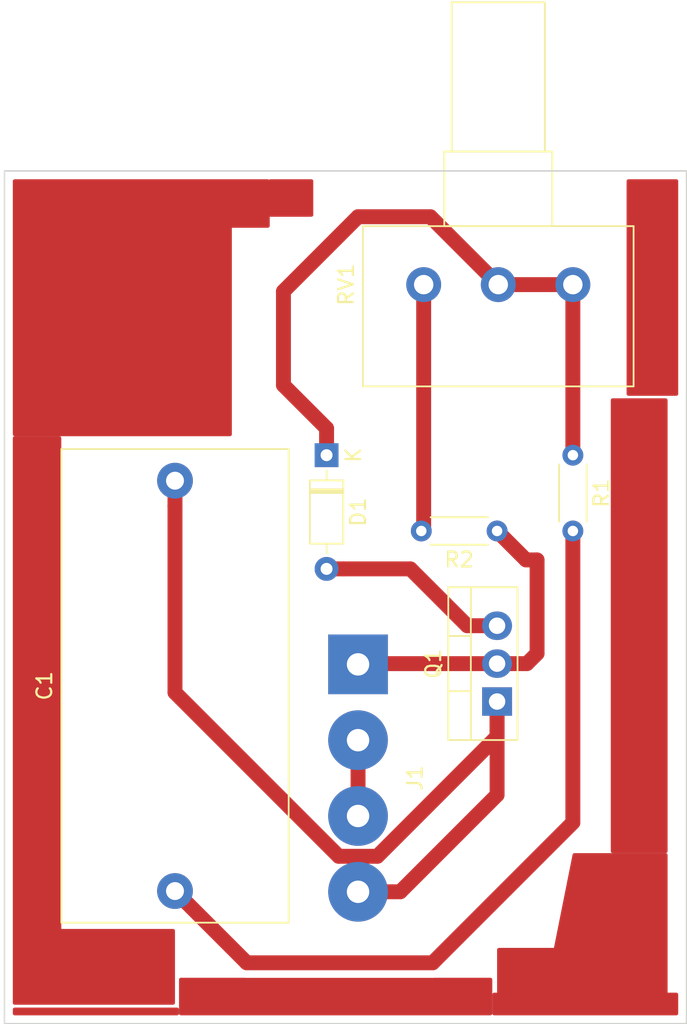
<source format=kicad_pcb>
(kicad_pcb (version 20171130) (host pcbnew "(5.1.4)-1")

  (general
    (thickness 1.6)
    (drawings 4)
    (tracks 36)
    (zones 0)
    (modules 7)
    (nets 8)
  )

  (page A4)
  (layers
    (0 F.Cu signal)
    (31 B.Cu signal)
    (32 B.Adhes user)
    (33 F.Adhes user)
    (34 B.Paste user)
    (35 F.Paste user)
    (36 B.SilkS user)
    (37 F.SilkS user)
    (38 B.Mask user)
    (39 F.Mask user)
    (40 Dwgs.User user)
    (41 Cmts.User user)
    (42 Eco1.User user)
    (43 Eco2.User user)
    (44 Edge.Cuts user)
    (45 Margin user)
    (46 B.CrtYd user)
    (47 F.CrtYd user)
    (48 B.Fab user)
    (49 F.Fab user)
  )

  (setup
    (last_trace_width 0.25)
    (user_trace_width 1)
    (trace_clearance 0.2)
    (zone_clearance 0.508)
    (zone_45_only no)
    (trace_min 0.2)
    (via_size 0.8)
    (via_drill 0.4)
    (via_min_size 0.4)
    (via_min_drill 0.3)
    (user_via 1.5 1)
    (uvia_size 0.3)
    (uvia_drill 0.1)
    (uvias_allowed no)
    (uvia_min_size 0.2)
    (uvia_min_drill 0.1)
    (edge_width 0.05)
    (segment_width 0.2)
    (pcb_text_width 0.3)
    (pcb_text_size 1.5 1.5)
    (mod_edge_width 0.12)
    (mod_text_size 1 1)
    (mod_text_width 0.15)
    (pad_size 1.524 1.524)
    (pad_drill 0.762)
    (pad_to_mask_clearance 0.051)
    (solder_mask_min_width 0.25)
    (aux_axis_origin 0 0)
    (visible_elements 7FFFFFFF)
    (pcbplotparams
      (layerselection 0x010fc_ffffffff)
      (usegerberextensions false)
      (usegerberattributes false)
      (usegerberadvancedattributes false)
      (creategerberjobfile false)
      (excludeedgelayer true)
      (linewidth 0.100000)
      (plotframeref false)
      (viasonmask false)
      (mode 1)
      (useauxorigin false)
      (hpglpennumber 1)
      (hpglpenspeed 20)
      (hpglpendiameter 15.000000)
      (psnegative false)
      (psa4output false)
      (plotreference true)
      (plotvalue true)
      (plotinvisibletext false)
      (padsonsilk false)
      (subtractmaskfromsilk false)
      (outputformat 1)
      (mirror false)
      (drillshape 1)
      (scaleselection 1)
      (outputdirectory ""))
  )

  (net 0 "")
  (net 1 "Net-(C1-Pad1)")
  (net 2 "Net-(D1-Pad2)")
  (net 3 "Net-(D1-Pad1)")
  (net 4 "Net-(J1-Pad2)")
  (net 5 "Net-(J1-Pad1)")
  (net 6 "Net-(R2-Pad2)")
  (net 7 "Net-(C1-Pad2)")

  (net_class Default "This is the default net class."
    (clearance 0.2)
    (trace_width 0.25)
    (via_dia 0.8)
    (via_drill 0.4)
    (uvia_dia 0.3)
    (uvia_drill 0.1)
    (add_net "Net-(C1-Pad1)")
    (add_net "Net-(C1-Pad2)")
    (add_net "Net-(D1-Pad1)")
    (add_net "Net-(D1-Pad2)")
    (add_net "Net-(J1-Pad1)")
    (add_net "Net-(J1-Pad2)")
    (add_net "Net-(R2-Pad2)")
  )

  (module Package_TO_SOT_THT:TO-220-3_Vertical (layer F.Cu) (tedit 5AC8BA0D) (tstamp 5DC1D354)
    (at 147.32 110.49 90)
    (descr "TO-220-3, Vertical, RM 2.54mm, see https://www.vishay.com/docs/66542/to-220-1.pdf")
    (tags "TO-220-3 Vertical RM 2.54mm")
    (path /5DC088BE)
    (fp_text reference Q1 (at 2.54 -4.27 90) (layer F.SilkS)
      (effects (font (size 1 1) (thickness 0.15)))
    )
    (fp_text value BT136-500 (at 2.54 2.5 90) (layer F.Fab)
      (effects (font (size 1 1) (thickness 0.15)))
    )
    (fp_text user %R (at 2.54 -4.27 90) (layer F.Fab)
      (effects (font (size 1 1) (thickness 0.15)))
    )
    (fp_line (start 7.79 -3.4) (end -2.71 -3.4) (layer F.CrtYd) (width 0.05))
    (fp_line (start 7.79 1.51) (end 7.79 -3.4) (layer F.CrtYd) (width 0.05))
    (fp_line (start -2.71 1.51) (end 7.79 1.51) (layer F.CrtYd) (width 0.05))
    (fp_line (start -2.71 -3.4) (end -2.71 1.51) (layer F.CrtYd) (width 0.05))
    (fp_line (start 4.391 -3.27) (end 4.391 -1.76) (layer F.SilkS) (width 0.12))
    (fp_line (start 0.69 -3.27) (end 0.69 -1.76) (layer F.SilkS) (width 0.12))
    (fp_line (start -2.58 -1.76) (end 7.66 -1.76) (layer F.SilkS) (width 0.12))
    (fp_line (start 7.66 -3.27) (end 7.66 1.371) (layer F.SilkS) (width 0.12))
    (fp_line (start -2.58 -3.27) (end -2.58 1.371) (layer F.SilkS) (width 0.12))
    (fp_line (start -2.58 1.371) (end 7.66 1.371) (layer F.SilkS) (width 0.12))
    (fp_line (start -2.58 -3.27) (end 7.66 -3.27) (layer F.SilkS) (width 0.12))
    (fp_line (start 4.39 -3.15) (end 4.39 -1.88) (layer F.Fab) (width 0.1))
    (fp_line (start 0.69 -3.15) (end 0.69 -1.88) (layer F.Fab) (width 0.1))
    (fp_line (start -2.46 -1.88) (end 7.54 -1.88) (layer F.Fab) (width 0.1))
    (fp_line (start 7.54 -3.15) (end -2.46 -3.15) (layer F.Fab) (width 0.1))
    (fp_line (start 7.54 1.25) (end 7.54 -3.15) (layer F.Fab) (width 0.1))
    (fp_line (start -2.46 1.25) (end 7.54 1.25) (layer F.Fab) (width 0.1))
    (fp_line (start -2.46 -3.15) (end -2.46 1.25) (layer F.Fab) (width 0.1))
    (pad 3 thru_hole oval (at 5.08 0 90) (size 1.905 2) (drill 1.1) (layers *.Cu *.Mask)
      (net 2 "Net-(D1-Pad2)"))
    (pad 2 thru_hole oval (at 2.54 0 90) (size 1.905 2) (drill 1.1) (layers *.Cu *.Mask)
      (net 5 "Net-(J1-Pad1)"))
    (pad 1 thru_hole rect (at 0 0 90) (size 1.905 2) (drill 1.1) (layers *.Cu *.Mask)
      (net 7 "Net-(C1-Pad2)"))
    (model ${KISYS3DMOD}/Package_TO_SOT_THT.3dshapes/TO-220-3_Vertical.wrl
      (at (xyz 0 0 0))
      (scale (xyz 1 1 1))
      (rotate (xyz 0 0 0))
    )
  )

  (module Potentiometer_THT:Potentiometer_Alps_RK163_Single_Horizontal (layer F.Cu) (tedit 5A3D4993) (tstamp 5DC1D39E)
    (at 152.4 82.55 90)
    (descr "Potentiometer, horizontal, Alps RK163 Single, http://www.alps.com/prod/info/E/HTML/Potentiometer/RotaryPotentiometers/RK16/RK16_list.html")
    (tags "Potentiometer horizontal Alps RK163 Single")
    (path /5DC0A390)
    (fp_text reference RV1 (at 0 -15.2 90) (layer F.SilkS)
      (effects (font (size 1 1) (thickness 0.15)))
    )
    (fp_text value R_POT_TRIM (at 0 5.2 90) (layer F.Fab)
      (effects (font (size 1 1) (thickness 0.15)))
    )
    (fp_text user %R (at -1.45 -5 90) (layer F.Fab)
      (effects (font (size 1 1) (thickness 0.15)))
    )
    (fp_line (start 19.05 -14.2) (end -6.95 -14.2) (layer F.CrtYd) (width 0.05))
    (fp_line (start 19.05 4.2) (end 19.05 -14.2) (layer F.CrtYd) (width 0.05))
    (fp_line (start -6.95 4.2) (end 19.05 4.2) (layer F.CrtYd) (width 0.05))
    (fp_line (start -6.95 -14.2) (end -6.95 4.2) (layer F.CrtYd) (width 0.05))
    (fp_line (start 18.92 -8.12) (end 18.92 -1.879) (layer F.SilkS) (width 0.12))
    (fp_line (start 8.92 -8.12) (end 8.92 -1.879) (layer F.SilkS) (width 0.12))
    (fp_line (start 8.92 -1.879) (end 18.92 -1.879) (layer F.SilkS) (width 0.12))
    (fp_line (start 8.92 -8.12) (end 18.92 -8.12) (layer F.SilkS) (width 0.12))
    (fp_line (start 8.92 -8.62) (end 8.92 -1.38) (layer F.SilkS) (width 0.12))
    (fp_line (start 3.92 -8.62) (end 3.92 -1.38) (layer F.SilkS) (width 0.12))
    (fp_line (start 3.92 -1.38) (end 8.92 -1.38) (layer F.SilkS) (width 0.12))
    (fp_line (start 3.92 -8.62) (end 8.92 -8.62) (layer F.SilkS) (width 0.12))
    (fp_line (start 3.92 -14.07) (end 3.92 4.07) (layer F.SilkS) (width 0.12))
    (fp_line (start -6.82 -14.07) (end -6.82 4.07) (layer F.SilkS) (width 0.12))
    (fp_line (start -6.82 4.07) (end 3.92 4.07) (layer F.SilkS) (width 0.12))
    (fp_line (start -6.82 -14.07) (end 3.92 -14.07) (layer F.SilkS) (width 0.12))
    (fp_line (start 18.8 -8) (end 8.8 -8) (layer F.Fab) (width 0.1))
    (fp_line (start 18.8 -2) (end 18.8 -8) (layer F.Fab) (width 0.1))
    (fp_line (start 8.8 -2) (end 18.8 -2) (layer F.Fab) (width 0.1))
    (fp_line (start 8.8 -8) (end 8.8 -2) (layer F.Fab) (width 0.1))
    (fp_line (start 8.8 -8.5) (end 3.8 -8.5) (layer F.Fab) (width 0.1))
    (fp_line (start 8.8 -1.5) (end 8.8 -8.5) (layer F.Fab) (width 0.1))
    (fp_line (start 3.8 -1.5) (end 8.8 -1.5) (layer F.Fab) (width 0.1))
    (fp_line (start 3.8 -8.5) (end 3.8 -1.5) (layer F.Fab) (width 0.1))
    (fp_line (start 3.8 -13.95) (end -6.7 -13.95) (layer F.Fab) (width 0.1))
    (fp_line (start 3.8 3.95) (end 3.8 -13.95) (layer F.Fab) (width 0.1))
    (fp_line (start -6.7 3.95) (end 3.8 3.95) (layer F.Fab) (width 0.1))
    (fp_line (start -6.7 -13.95) (end -6.7 3.95) (layer F.Fab) (width 0.1))
    (pad 1 thru_hole circle (at 0 0 90) (size 2.34 2.34) (drill 1.3) (layers *.Cu *.Mask)
      (net 3 "Net-(D1-Pad1)"))
    (pad 2 thru_hole circle (at 0 -5 90) (size 2.34 2.34) (drill 1.3) (layers *.Cu *.Mask)
      (net 3 "Net-(D1-Pad1)"))
    (pad 3 thru_hole circle (at 0 -10 90) (size 2.34 2.34) (drill 1.3) (layers *.Cu *.Mask)
      (net 6 "Net-(R2-Pad2)"))
    (model ${KISYS3DMOD}/Potentiometer_THT.3dshapes/Potentiometer_Alps_RK163_Single_Horizontal.wrl
      (at (xyz 0 0 0))
      (scale (xyz 1 1 1))
      (rotate (xyz 0 0 0))
    )
  )

  (module Resistor_THT:R_Axial_DIN0204_L3.6mm_D1.6mm_P5.08mm_Horizontal (layer F.Cu) (tedit 5AE5139B) (tstamp 5DC1D37A)
    (at 147.32 99.06 180)
    (descr "Resistor, Axial_DIN0204 series, Axial, Horizontal, pin pitch=5.08mm, 0.167W, length*diameter=3.6*1.6mm^2, http://cdn-reichelt.de/documents/datenblatt/B400/1_4W%23YAG.pdf")
    (tags "Resistor Axial_DIN0204 series Axial Horizontal pin pitch 5.08mm 0.167W length 3.6mm diameter 1.6mm")
    (path /5DC312FD)
    (fp_text reference R2 (at 2.54 -1.92) (layer F.SilkS)
      (effects (font (size 1 1) (thickness 0.15)))
    )
    (fp_text value R (at 2.54 1.92) (layer F.Fab)
      (effects (font (size 1 1) (thickness 0.15)))
    )
    (fp_text user %R (at 2.54 0) (layer F.Fab)
      (effects (font (size 0.72 0.72) (thickness 0.108)))
    )
    (fp_line (start 6.03 -1.05) (end -0.95 -1.05) (layer F.CrtYd) (width 0.05))
    (fp_line (start 6.03 1.05) (end 6.03 -1.05) (layer F.CrtYd) (width 0.05))
    (fp_line (start -0.95 1.05) (end 6.03 1.05) (layer F.CrtYd) (width 0.05))
    (fp_line (start -0.95 -1.05) (end -0.95 1.05) (layer F.CrtYd) (width 0.05))
    (fp_line (start 0.62 0.92) (end 4.46 0.92) (layer F.SilkS) (width 0.12))
    (fp_line (start 0.62 -0.92) (end 4.46 -0.92) (layer F.SilkS) (width 0.12))
    (fp_line (start 5.08 0) (end 4.34 0) (layer F.Fab) (width 0.1))
    (fp_line (start 0 0) (end 0.74 0) (layer F.Fab) (width 0.1))
    (fp_line (start 4.34 -0.8) (end 0.74 -0.8) (layer F.Fab) (width 0.1))
    (fp_line (start 4.34 0.8) (end 4.34 -0.8) (layer F.Fab) (width 0.1))
    (fp_line (start 0.74 0.8) (end 4.34 0.8) (layer F.Fab) (width 0.1))
    (fp_line (start 0.74 -0.8) (end 0.74 0.8) (layer F.Fab) (width 0.1))
    (pad 2 thru_hole oval (at 5.08 0 180) (size 1.4 1.4) (drill 0.7) (layers *.Cu *.Mask)
      (net 6 "Net-(R2-Pad2)"))
    (pad 1 thru_hole circle (at 0 0 180) (size 1.4 1.4) (drill 0.7) (layers *.Cu *.Mask)
      (net 5 "Net-(J1-Pad1)"))
    (model ${KISYS3DMOD}/Resistor_THT.3dshapes/R_Axial_DIN0204_L3.6mm_D1.6mm_P5.08mm_Horizontal.wrl
      (at (xyz 0 0 0))
      (scale (xyz 1 1 1))
      (rotate (xyz 0 0 0))
    )
  )

  (module Resistor_THT:R_Axial_DIN0204_L3.6mm_D1.6mm_P5.08mm_Horizontal (layer F.Cu) (tedit 5AE5139B) (tstamp 5DC1D367)
    (at 152.4 93.98 270)
    (descr "Resistor, Axial_DIN0204 series, Axial, Horizontal, pin pitch=5.08mm, 0.167W, length*diameter=3.6*1.6mm^2, http://cdn-reichelt.de/documents/datenblatt/B400/1_4W%23YAG.pdf")
    (tags "Resistor Axial_DIN0204 series Axial Horizontal pin pitch 5.08mm 0.167W length 3.6mm diameter 1.6mm")
    (path /5DC084D9)
    (fp_text reference R1 (at 2.54 -1.92 90) (layer F.SilkS)
      (effects (font (size 1 1) (thickness 0.15)))
    )
    (fp_text value R (at 2.54 1.92 90) (layer F.Fab)
      (effects (font (size 1 1) (thickness 0.15)))
    )
    (fp_text user %R (at 2.54 0 90) (layer F.Fab)
      (effects (font (size 0.72 0.72) (thickness 0.108)))
    )
    (fp_line (start 6.03 -1.05) (end -0.95 -1.05) (layer F.CrtYd) (width 0.05))
    (fp_line (start 6.03 1.05) (end 6.03 -1.05) (layer F.CrtYd) (width 0.05))
    (fp_line (start -0.95 1.05) (end 6.03 1.05) (layer F.CrtYd) (width 0.05))
    (fp_line (start -0.95 -1.05) (end -0.95 1.05) (layer F.CrtYd) (width 0.05))
    (fp_line (start 0.62 0.92) (end 4.46 0.92) (layer F.SilkS) (width 0.12))
    (fp_line (start 0.62 -0.92) (end 4.46 -0.92) (layer F.SilkS) (width 0.12))
    (fp_line (start 5.08 0) (end 4.34 0) (layer F.Fab) (width 0.1))
    (fp_line (start 0 0) (end 0.74 0) (layer F.Fab) (width 0.1))
    (fp_line (start 4.34 -0.8) (end 0.74 -0.8) (layer F.Fab) (width 0.1))
    (fp_line (start 4.34 0.8) (end 4.34 -0.8) (layer F.Fab) (width 0.1))
    (fp_line (start 0.74 0.8) (end 4.34 0.8) (layer F.Fab) (width 0.1))
    (fp_line (start 0.74 -0.8) (end 0.74 0.8) (layer F.Fab) (width 0.1))
    (pad 2 thru_hole oval (at 5.08 0 270) (size 1.4 1.4) (drill 0.7) (layers *.Cu *.Mask)
      (net 1 "Net-(C1-Pad1)"))
    (pad 1 thru_hole circle (at 0 0 270) (size 1.4 1.4) (drill 0.7) (layers *.Cu *.Mask)
      (net 3 "Net-(D1-Pad1)"))
    (model ${KISYS3DMOD}/Resistor_THT.3dshapes/R_Axial_DIN0204_L3.6mm_D1.6mm_P5.08mm_Horizontal.wrl
      (at (xyz 0 0 0))
      (scale (xyz 1 1 1))
      (rotate (xyz 0 0 0))
    )
  )

  (module Connector_Wire:SolderWirePad_1x04_P5.08mm_Drill1.5mm (layer F.Cu) (tedit 5AEE6009) (tstamp 5DC1D33A)
    (at 138 108 270)
    (descr "Wire solder connection")
    (tags connector)
    (path /5DC39F6E)
    (attr virtual)
    (fp_text reference J1 (at 7.62 -3.81 90) (layer F.SilkS)
      (effects (font (size 1 1) (thickness 0.15)))
    )
    (fp_text value Screw_Terminal_01x04 (at 7.62 3.81 90) (layer F.Fab)
      (effects (font (size 1 1) (thickness 0.15)))
    )
    (fp_line (start 17.74 2.5) (end -2.5 2.5) (layer F.CrtYd) (width 0.05))
    (fp_line (start 17.74 2.5) (end 17.74 -2.5) (layer F.CrtYd) (width 0.05))
    (fp_line (start -2.5 -2.5) (end -2.5 2.5) (layer F.CrtYd) (width 0.05))
    (fp_line (start -2.5 -2.5) (end 17.74 -2.5) (layer F.CrtYd) (width 0.05))
    (fp_text user %R (at 7.62 0 90) (layer F.Fab)
      (effects (font (size 1 1) (thickness 0.15)))
    )
    (pad 4 thru_hole circle (at 15.24 0 270) (size 4.0005 4.0005) (drill 1.50114) (layers *.Cu *.Mask)
      (net 7 "Net-(C1-Pad2)"))
    (pad 3 thru_hole circle (at 10.16 0 270) (size 4.0005 4.0005) (drill 1.50114) (layers *.Cu *.Mask)
      (net 4 "Net-(J1-Pad2)"))
    (pad 2 thru_hole circle (at 5.08 0 270) (size 4.0005 4.0005) (drill 1.50114) (layers *.Cu *.Mask)
      (net 4 "Net-(J1-Pad2)"))
    (pad 1 thru_hole rect (at 0 0 270) (size 4.0005 4.0005) (drill 1.50114) (layers *.Cu *.Mask)
      (net 5 "Net-(J1-Pad1)"))
  )

  (module Diode_THT:D_DO-35_SOD27_P7.62mm_Horizontal (layer F.Cu) (tedit 5AE50CD5) (tstamp 5DC1D32D)
    (at 135.89 93.98 270)
    (descr "Diode, DO-35_SOD27 series, Axial, Horizontal, pin pitch=7.62mm, , length*diameter=4*2mm^2, , http://www.diodes.com/_files/packages/DO-35.pdf")
    (tags "Diode DO-35_SOD27 series Axial Horizontal pin pitch 7.62mm  length 4mm diameter 2mm")
    (path /5DC0921F)
    (fp_text reference D1 (at 3.81 -2.12 90) (layer F.SilkS)
      (effects (font (size 1 1) (thickness 0.15)))
    )
    (fp_text value DB3 (at 3.81 2.12 90) (layer F.Fab)
      (effects (font (size 1 1) (thickness 0.15)))
    )
    (fp_text user K (at 0 -1.8 90) (layer F.SilkS)
      (effects (font (size 1 1) (thickness 0.15)))
    )
    (fp_text user K (at 0 -1.8 90) (layer F.Fab)
      (effects (font (size 1 1) (thickness 0.15)))
    )
    (fp_text user %R (at 4.11 0 90) (layer F.Fab)
      (effects (font (size 0.8 0.8) (thickness 0.12)))
    )
    (fp_line (start 8.67 -1.25) (end -1.05 -1.25) (layer F.CrtYd) (width 0.05))
    (fp_line (start 8.67 1.25) (end 8.67 -1.25) (layer F.CrtYd) (width 0.05))
    (fp_line (start -1.05 1.25) (end 8.67 1.25) (layer F.CrtYd) (width 0.05))
    (fp_line (start -1.05 -1.25) (end -1.05 1.25) (layer F.CrtYd) (width 0.05))
    (fp_line (start 2.29 -1.12) (end 2.29 1.12) (layer F.SilkS) (width 0.12))
    (fp_line (start 2.53 -1.12) (end 2.53 1.12) (layer F.SilkS) (width 0.12))
    (fp_line (start 2.41 -1.12) (end 2.41 1.12) (layer F.SilkS) (width 0.12))
    (fp_line (start 6.58 0) (end 5.93 0) (layer F.SilkS) (width 0.12))
    (fp_line (start 1.04 0) (end 1.69 0) (layer F.SilkS) (width 0.12))
    (fp_line (start 5.93 -1.12) (end 1.69 -1.12) (layer F.SilkS) (width 0.12))
    (fp_line (start 5.93 1.12) (end 5.93 -1.12) (layer F.SilkS) (width 0.12))
    (fp_line (start 1.69 1.12) (end 5.93 1.12) (layer F.SilkS) (width 0.12))
    (fp_line (start 1.69 -1.12) (end 1.69 1.12) (layer F.SilkS) (width 0.12))
    (fp_line (start 2.31 -1) (end 2.31 1) (layer F.Fab) (width 0.1))
    (fp_line (start 2.51 -1) (end 2.51 1) (layer F.Fab) (width 0.1))
    (fp_line (start 2.41 -1) (end 2.41 1) (layer F.Fab) (width 0.1))
    (fp_line (start 7.62 0) (end 5.81 0) (layer F.Fab) (width 0.1))
    (fp_line (start 0 0) (end 1.81 0) (layer F.Fab) (width 0.1))
    (fp_line (start 5.81 -1) (end 1.81 -1) (layer F.Fab) (width 0.1))
    (fp_line (start 5.81 1) (end 5.81 -1) (layer F.Fab) (width 0.1))
    (fp_line (start 1.81 1) (end 5.81 1) (layer F.Fab) (width 0.1))
    (fp_line (start 1.81 -1) (end 1.81 1) (layer F.Fab) (width 0.1))
    (pad 2 thru_hole oval (at 7.62 0 270) (size 1.6 1.6) (drill 0.8) (layers *.Cu *.Mask)
      (net 2 "Net-(D1-Pad2)"))
    (pad 1 thru_hole rect (at 0 0 270) (size 1.6 1.6) (drill 0.8) (layers *.Cu *.Mask)
      (net 3 "Net-(D1-Pad1)"))
    (model ${KISYS3DMOD}/Diode_THT.3dshapes/D_DO-35_SOD27_P7.62mm_Horizontal.wrl
      (at (xyz 0 0 0))
      (scale (xyz 1 1 1))
      (rotate (xyz 0 0 0))
    )
  )

  (module Capacitor_THT:C_Rect_L31.5mm_W15.0mm_P27.50mm_MKS4 (layer F.Cu) (tedit 5AE50EF0) (tstamp 5DC1D30E)
    (at 125.73 123.19 90)
    (descr "C, Rect series, Radial, pin pitch=27.50mm, , length*width=31.5*15mm^2, Capacitor, http://www.wima.com/EN/WIMA_MKS_4.pdf")
    (tags "C Rect series Radial pin pitch 27.50mm  length 31.5mm width 15mm Capacitor")
    (path /5DC2CA10)
    (fp_text reference C1 (at 13.75 -8.75 90) (layer F.SilkS)
      (effects (font (size 1 1) (thickness 0.15)))
    )
    (fp_text value CAP (at 13.75 8.75 90) (layer F.Fab)
      (effects (font (size 1 1) (thickness 0.15)))
    )
    (fp_text user %R (at 13.75 0 90) (layer F.Fab)
      (effects (font (size 1 1) (thickness 0.15)))
    )
    (fp_line (start 29.75 -7.75) (end -2.25 -7.75) (layer F.CrtYd) (width 0.05))
    (fp_line (start 29.75 7.75) (end 29.75 -7.75) (layer F.CrtYd) (width 0.05))
    (fp_line (start -2.25 7.75) (end 29.75 7.75) (layer F.CrtYd) (width 0.05))
    (fp_line (start -2.25 -7.75) (end -2.25 7.75) (layer F.CrtYd) (width 0.05))
    (fp_line (start 29.62 -7.62) (end 29.62 7.62) (layer F.SilkS) (width 0.12))
    (fp_line (start -2.12 -7.62) (end -2.12 7.62) (layer F.SilkS) (width 0.12))
    (fp_line (start -2.12 7.62) (end 29.62 7.62) (layer F.SilkS) (width 0.12))
    (fp_line (start -2.12 -7.62) (end 29.62 -7.62) (layer F.SilkS) (width 0.12))
    (fp_line (start 29.5 -7.5) (end -2 -7.5) (layer F.Fab) (width 0.1))
    (fp_line (start 29.5 7.5) (end 29.5 -7.5) (layer F.Fab) (width 0.1))
    (fp_line (start -2 7.5) (end 29.5 7.5) (layer F.Fab) (width 0.1))
    (fp_line (start -2 -7.5) (end -2 7.5) (layer F.Fab) (width 0.1))
    (pad 2 thru_hole circle (at 27.5 0 90) (size 2.4 2.4) (drill 1.2) (layers *.Cu *.Mask)
      (net 7 "Net-(C1-Pad2)"))
    (pad 1 thru_hole circle (at 0 0 90) (size 2.4 2.4) (drill 1.2) (layers *.Cu *.Mask)
      (net 1 "Net-(C1-Pad1)"))
    (model ${KISYS3DMOD}/Capacitor_THT.3dshapes/C_Rect_L31.5mm_W15.0mm_P27.50mm_MKS4.wrl
      (at (xyz 0 0 0))
      (scale (xyz 1 1 1))
      (rotate (xyz 0 0 0))
    )
  )

  (gr_line (start 160.02 74.93) (end 114.3 74.93) (layer Edge.Cuts) (width 0.1))
  (gr_line (start 160.02 132.08) (end 160.02 74.93) (layer Edge.Cuts) (width 0.1))
  (gr_line (start 114.3 132.08) (end 160.02 132.08) (layer Edge.Cuts) (width 0.1))
  (gr_line (start 114.3 74.93) (end 114.3 132.08) (layer Edge.Cuts) (width 0.1))

  (segment (start 152.4 99.06) (end 152.4 118.6) (width 1) (layer F.Cu) (net 1))
  (segment (start 152.4 118.6) (end 143 128) (width 1) (layer F.Cu) (net 1))
  (segment (start 130.54 128) (end 125.73 123.19) (width 1) (layer F.Cu) (net 1))
  (segment (start 143 128) (end 130.54 128) (width 1) (layer F.Cu) (net 1))
  (segment (start 141.51 101.6) (end 137.02137 101.6) (width 1) (layer F.Cu) (net 2))
  (segment (start 145.32 105.41) (end 141.51 101.6) (width 1) (layer F.Cu) (net 2))
  (segment (start 137.02137 101.6) (end 135.89 101.6) (width 1) (layer F.Cu) (net 2))
  (segment (start 147.32 105.41) (end 145.32 105.41) (width 1) (layer F.Cu) (net 2))
  (segment (start 152.4 82.55) (end 152.4 93.98) (width 1) (layer F.Cu) (net 3))
  (segment (start 147.4 82.55) (end 152.4 82.55) (width 1) (layer F.Cu) (net 3))
  (segment (start 135.89 92.18) (end 133 89.29) (width 1) (layer F.Cu) (net 3))
  (segment (start 135.89 93.98) (end 135.89 92.18) (width 1) (layer F.Cu) (net 3))
  (segment (start 133 89.29) (end 133 83) (width 1) (layer F.Cu) (net 3))
  (segment (start 133 83) (end 138 78) (width 1) (layer F.Cu) (net 3))
  (segment (start 142.85 78) (end 147.4 82.55) (width 1) (layer F.Cu) (net 3))
  (segment (start 138 78) (end 142.85 78) (width 1) (layer F.Cu) (net 3))
  (segment (start 138 118.16) (end 138 113.08) (width 1) (layer F.Cu) (net 4))
  (segment (start 149.32 107.95) (end 150 107.27) (width 1) (layer F.Cu) (net 5))
  (segment (start 147.32 107.95) (end 149.32 107.95) (width 1) (layer F.Cu) (net 5))
  (segment (start 150 107.27) (end 150 101) (width 1) (layer F.Cu) (net 5))
  (segment (start 149.26 101) (end 147.32 99.06) (width 1) (layer F.Cu) (net 5))
  (segment (start 150 101) (end 149.26 101) (width 1) (layer F.Cu) (net 5))
  (segment (start 138.05 107.95) (end 138 108) (width 1) (layer F.Cu) (net 5))
  (segment (start 147.32 107.95) (end 138.05 107.95) (width 1) (layer F.Cu) (net 5))
  (segment (start 142.4 98.9) (end 142.24 99.06) (width 1) (layer F.Cu) (net 6))
  (segment (start 142.4 82.55) (end 142.4 98.9) (width 1) (layer F.Cu) (net 6))
  (segment (start 147.32 112.4425) (end 147.32 110.49) (width 1) (layer F.Cu) (net 7))
  (segment (start 147.32 116.74878) (end 147.32 112.4425) (width 1) (layer F.Cu) (net 7))
  (segment (start 140.82878 123.24) (end 147.32 116.74878) (width 1) (layer F.Cu) (net 7))
  (segment (start 138 123.24) (end 140.82878 123.24) (width 1) (layer F.Cu) (net 7))
  (segment (start 125.73 97.387056) (end 125.73 95.69) (width 1) (layer F.Cu) (net 7))
  (segment (start 125.73 109.886372) (end 125.73 97.387056) (width 1) (layer F.Cu) (net 7))
  (segment (start 136.703879 120.860251) (end 125.73 109.886372) (width 1) (layer F.Cu) (net 7))
  (segment (start 139.296121 120.860251) (end 136.703879 120.860251) (width 1) (layer F.Cu) (net 7))
  (segment (start 147.32 112.836372) (end 139.296121 120.860251) (width 1) (layer F.Cu) (net 7))
  (segment (start 147.32 110.49) (end 147.32 112.836372) (width 1) (layer F.Cu) (net 7))

  (zone (net 0) (net_name "") (layer F.Cu) (tstamp 0) (hatch edge 0.508)
    (connect_pads (clearance 0.508))
    (min_thickness 0.254)
    (fill yes (arc_segments 32) (thermal_gap 0.508) (thermal_bridge_width 0.508))
    (polygon
      (pts
        (xy 129.54 92.71) (xy 114.3 92.71) (xy 114.3 74.93) (xy 132.08 74.93) (xy 132.08 78.74)
        (xy 129.54 78.74)
      )
    )
    (filled_polygon
      (pts
        (xy 131.953 78.613) (xy 129.54 78.613) (xy 129.515224 78.61544) (xy 129.491399 78.622667) (xy 129.469443 78.634403)
        (xy 129.450197 78.650197) (xy 129.434403 78.669443) (xy 129.422667 78.691399) (xy 129.41544 78.715224) (xy 129.413 78.74)
        (xy 129.413 92.583) (xy 114.985 92.583) (xy 114.985 75.615) (xy 131.953 75.615)
      )
    )
  )
  (zone (net 0) (net_name "") (layer F.Cu) (tstamp 0) (hatch edge 0.508)
    (connect_pads (clearance 0.508))
    (min_thickness 0.254)
    (fill yes (arc_segments 32) (thermal_gap 0.508) (thermal_bridge_width 0.508))
    (polygon
      (pts
        (xy 147.32 130.81) (xy 147.32 127) (xy 151.13 127) (xy 152.4 120.65) (xy 158.75 120.65)
        (xy 158.75 130.81)
      )
    )
    (filled_polygon
      (pts
        (xy 158.623 130.683) (xy 147.447 130.683) (xy 147.447 127.127) (xy 151.13 127.127) (xy 151.154776 127.12456)
        (xy 151.178601 127.117333) (xy 151.200557 127.105597) (xy 151.219803 127.089803) (xy 151.235597 127.070557) (xy 151.247333 127.048601)
        (xy 151.254534 127.024907) (xy 152.504115 120.777) (xy 158.623 120.777)
      )
    )
  )
  (zone (net 0) (net_name "") (layer F.Cu) (tstamp 0) (hatch edge 0.508)
    (connect_pads (clearance 0.508))
    (min_thickness 0.254)
    (fill yes (arc_segments 32) (thermal_gap 0.508) (thermal_bridge_width 0.508))
    (polygon
      (pts
        (xy 154.94 90.17) (xy 158.75 90.17) (xy 158.75 120.65) (xy 154.94 120.65)
      )
    )
    (filled_polygon
      (pts
        (xy 158.623 120.523) (xy 155.067 120.523) (xy 155.067 90.297) (xy 158.623 90.297)
      )
    )
  )
  (zone (net 0) (net_name "") (layer F.Cu) (tstamp 0) (hatch edge 0.508)
    (connect_pads (clearance 0.508))
    (min_thickness 0.254)
    (fill yes (arc_segments 32) (thermal_gap 0.508) (thermal_bridge_width 0.508))
    (polygon
      (pts
        (xy 114.3 92.71) (xy 118.11 92.71) (xy 118.11 125.73) (xy 125.73 125.73) (xy 125.73 130.81)
        (xy 114.3 130.81)
      )
    )
    (filled_polygon
      (pts
        (xy 117.983 125.73) (xy 117.98544 125.754776) (xy 117.992667 125.778601) (xy 118.004403 125.800557) (xy 118.020197 125.819803)
        (xy 118.039443 125.835597) (xy 118.061399 125.847333) (xy 118.085224 125.85456) (xy 118.11 125.857) (xy 125.603 125.857)
        (xy 125.603 130.683) (xy 114.985 130.683) (xy 114.985 92.837) (xy 117.983 92.837)
      )
    )
  )
  (zone (net 0) (net_name "") (layer F.Cu) (tstamp 0) (hatch edge 0.508)
    (connect_pads (clearance 0.508))
    (min_thickness 0.254)
    (fill yes (arc_segments 32) (thermal_gap 0.508) (thermal_bridge_width 0.508))
    (polygon
      (pts
        (xy 132 78) (xy 135 78) (xy 135 75) (xy 132 75)
      )
    )
    (filled_polygon
      (pts
        (xy 134.873 77.873) (xy 132.127 77.873) (xy 132.127 75.615) (xy 134.873 75.615)
      )
    )
  )
  (zone (net 0) (net_name "") (layer F.Cu) (tstamp 0) (hatch edge 0.508)
    (connect_pads (clearance 0.508))
    (min_thickness 0.254)
    (fill yes (arc_segments 32) (thermal_gap 0.508) (thermal_bridge_width 0.508))
    (polygon
      (pts
        (xy 126 131) (xy 126 132) (xy 147 132) (xy 147 130) (xy 147 129)
        (xy 126 129)
      )
    )
    (filled_polygon
      (pts
        (xy 130.484248 129.135) (xy 130.484255 129.135) (xy 130.539999 129.14049) (xy 130.595743 129.135) (xy 142.944249 129.135)
        (xy 143 129.140491) (xy 143.055751 129.135) (xy 143.055752 129.135) (xy 143.136978 129.127) (xy 146.873 129.127)
        (xy 146.873 131.395) (xy 126.127 131.395) (xy 126.127 129.127) (xy 130.403025 129.127)
      )
    )
  )
  (zone (net 0) (net_name "") (layer F.Cu) (tstamp 0) (hatch edge 0.508)
    (connect_pads (clearance 0.508))
    (min_thickness 0.254)
    (fill yes (arc_segments 32) (thermal_gap 0.508) (thermal_bridge_width 0.508))
    (polygon
      (pts
        (xy 114 131) (xy 114 132) (xy 126 132) (xy 126 131)
      )
    )
    (filled_polygon
      (pts
        (xy 125.873 131.395) (xy 114.985 131.395) (xy 114.985 131.127) (xy 125.873 131.127)
      )
    )
  )
  (zone (net 0) (net_name "") (layer F.Cu) (tstamp 0) (hatch edge 0.508)
    (connect_pads (clearance 0.508))
    (min_thickness 0.254)
    (fill yes (arc_segments 32) (thermal_gap 0.508) (thermal_bridge_width 0.508))
    (polygon
      (pts
        (xy 147 131) (xy 147 132) (xy 160 132) (xy 160 130) (xy 147 130)
        (xy 147 132)
      )
    )
    (filled_polygon
      (pts
        (xy 159.335 131.395) (xy 147.127 131.395) (xy 147.127 130.127) (xy 159.335 130.127)
      )
    )
  )
  (zone (net 0) (net_name "") (layer F.Cu) (tstamp 0) (hatch edge 0.508)
    (connect_pads (clearance 0.508))
    (min_thickness 0.254)
    (fill yes (arc_segments 32) (thermal_gap 0.508) (thermal_bridge_width 0.508))
    (polygon
      (pts
        (xy 156 75) (xy 156 90) (xy 160 90) (xy 160 75)
      )
    )
    (filled_polygon
      (pts
        (xy 159.335001 89.873) (xy 156.127 89.873) (xy 156.127 75.615) (xy 159.335001 75.615)
      )
    )
  )
)

</source>
